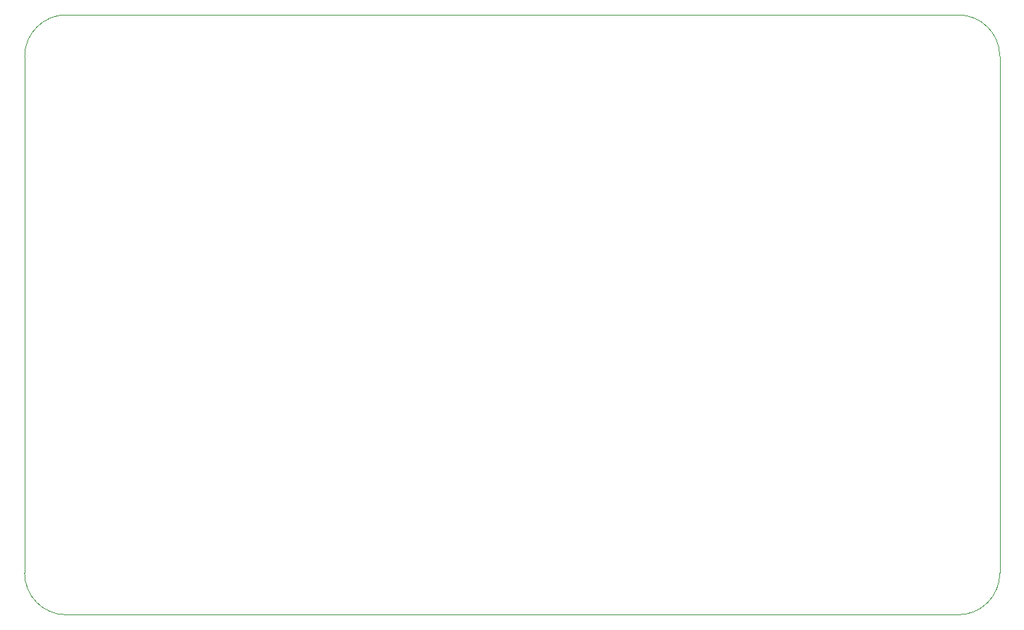
<source format=gbr>
%TF.GenerationSoftware,KiCad,Pcbnew,9.0.3*%
%TF.CreationDate,2025-08-28T11:24:01-04:00*%
%TF.ProjectId,signal_conditioner,7369676e-616c-45f6-936f-6e646974696f,rev?*%
%TF.SameCoordinates,Original*%
%TF.FileFunction,Profile,NP*%
%FSLAX46Y46*%
G04 Gerber Fmt 4.6, Leading zero omitted, Abs format (unit mm)*
G04 Created by KiCad (PCBNEW 9.0.3) date 2025-08-28 11:24:01*
%MOMM*%
%LPD*%
G01*
G04 APERTURE LIST*
%TA.AperFunction,Profile*%
%ADD10C,0.050000*%
%TD*%
G04 APERTURE END LIST*
D10*
X132000000Y-106000000D02*
G75*
G02*
X127000000Y-101000000I0J5000000D01*
G01*
X239000000Y-34000000D02*
G75*
G02*
X244000000Y-39000000I0J-5000000D01*
G01*
X244000000Y-101000000D02*
G75*
G02*
X239000000Y-106000000I-5000000J0D01*
G01*
X127000000Y-39000000D02*
G75*
G02*
X132000000Y-34000000I5000000J0D01*
G01*
X132000000Y-34000000D02*
X239000000Y-34000000D01*
X244000000Y-39000000D02*
X244000000Y-101000000D01*
X127000000Y-101000000D02*
X127000000Y-39000000D01*
X239000000Y-106000000D02*
X132000000Y-106000000D01*
M02*

</source>
